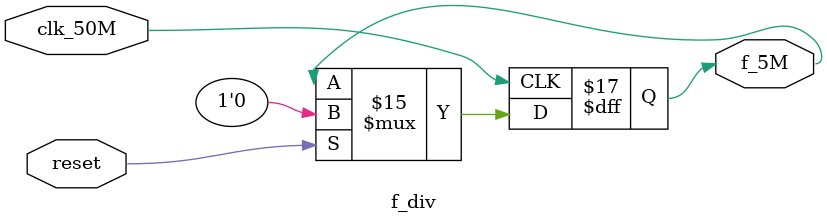
<source format=v>
module f_div(reset,clk_50M,f_5M);
    input reset;
    input clk_50M;
    output f_5M;
    reg f_5M;
    reg[3:0] count;
    
  always @(posedge clk_50M)
    if(reset)
      begin
        f_5M <= 0;
        count <=0;
      end
    else
      begin
        if(count == (5000000-1))
          begin
            count <= 0;
            f_5M <= ~f_5M;
          end
        else
          count <= count+1;
        end
      endmodule


</source>
